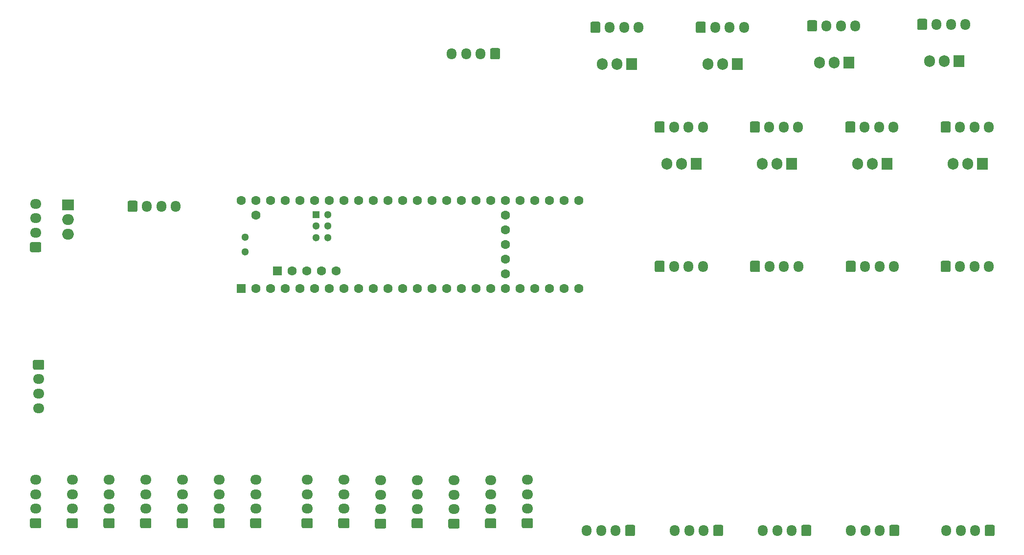
<source format=gbr>
%TF.GenerationSoftware,KiCad,Pcbnew,5.1.10*%
%TF.CreationDate,2021-07-06T21:53:34-04:00*%
%TF.ProjectId,mote pcb,6d6f7465-2070-4636-922e-6b696361645f,rev?*%
%TF.SameCoordinates,Original*%
%TF.FileFunction,Soldermask,Bot*%
%TF.FilePolarity,Negative*%
%FSLAX46Y46*%
G04 Gerber Fmt 4.6, Leading zero omitted, Abs format (unit mm)*
G04 Created by KiCad (PCBNEW 5.1.10) date 2021-07-06 21:53:34*
%MOMM*%
%LPD*%
G01*
G04 APERTURE LIST*
%ADD10O,1.700000X1.950000*%
%ADD11O,1.950000X1.700000*%
%ADD12C,1.300000*%
%ADD13C,1.600000*%
%ADD14R,1.300000X1.300000*%
%ADD15R,1.600000X1.600000*%
%ADD16O,1.905000X2.000000*%
%ADD17R,1.905000X2.000000*%
%ADD18O,2.000000X1.905000*%
%ADD19R,2.000000X1.905000*%
G04 APERTURE END LIST*
D10*
%TO.C,J17*%
X141344000Y-65024000D03*
X143844000Y-65024000D03*
X146344000Y-65024000D03*
G36*
G01*
X149694000Y-64299000D02*
X149694000Y-65749000D01*
G75*
G02*
X149444000Y-65999000I-250000J0D01*
G01*
X148244000Y-65999000D01*
G75*
G02*
X147994000Y-65749000I0J250000D01*
G01*
X147994000Y-64299000D01*
G75*
G02*
X148244000Y-64049000I250000J0D01*
G01*
X149444000Y-64049000D01*
G75*
G02*
X149694000Y-64299000I0J-250000D01*
G01*
G37*
%TD*%
%TO.C,J18*%
X93606000Y-91440000D03*
X91106000Y-91440000D03*
X88606000Y-91440000D03*
G36*
G01*
X85256000Y-92165000D02*
X85256000Y-90715000D01*
G75*
G02*
X85506000Y-90465000I250000J0D01*
G01*
X86706000Y-90465000D01*
G75*
G02*
X86956000Y-90715000I0J-250000D01*
G01*
X86956000Y-92165000D01*
G75*
G02*
X86706000Y-92415000I-250000J0D01*
G01*
X85506000Y-92415000D01*
G75*
G02*
X85256000Y-92165000I0J250000D01*
G01*
G37*
%TD*%
D11*
%TO.C,J15*%
X154432000Y-138804000D03*
X154432000Y-141304000D03*
X154432000Y-143804000D03*
G36*
G01*
X155157000Y-147154000D02*
X153707000Y-147154000D01*
G75*
G02*
X153457000Y-146904000I0J250000D01*
G01*
X153457000Y-145704000D01*
G75*
G02*
X153707000Y-145454000I250000J0D01*
G01*
X155157000Y-145454000D01*
G75*
G02*
X155407000Y-145704000I0J-250000D01*
G01*
X155407000Y-146904000D01*
G75*
G02*
X155157000Y-147154000I-250000J0D01*
G01*
G37*
%TD*%
D12*
%TO.C,U1*%
X105632000Y-96774000D03*
X105632000Y-99314000D03*
D13*
X150622000Y-92964000D03*
X150622000Y-95504000D03*
X150622000Y-98044000D03*
X150622000Y-100584000D03*
X150622000Y-103124000D03*
D12*
X117872000Y-96862400D03*
X119872000Y-96862400D03*
X119872000Y-94862400D03*
X117872000Y-94862400D03*
X119872000Y-92862400D03*
D14*
X117872000Y-92862400D03*
D13*
X145542000Y-105664000D03*
X148082000Y-105664000D03*
X150622000Y-105664000D03*
X153162000Y-105664000D03*
X143002000Y-105664000D03*
X140462000Y-105664000D03*
X137922000Y-105664000D03*
X155702000Y-105664000D03*
X158242000Y-105664000D03*
X160782000Y-105664000D03*
X163322000Y-105664000D03*
X163322000Y-90424000D03*
X160782000Y-90424000D03*
X158242000Y-90424000D03*
X155702000Y-90424000D03*
X153162000Y-90424000D03*
X150622000Y-90424000D03*
X148082000Y-90424000D03*
X145542000Y-90424000D03*
X143002000Y-90424000D03*
X140462000Y-90424000D03*
X135382000Y-105664000D03*
X132842000Y-105664000D03*
X130302000Y-105664000D03*
X127762000Y-105664000D03*
X125222000Y-105664000D03*
X122682000Y-105664000D03*
X120142000Y-105664000D03*
X117602000Y-105664000D03*
X115062000Y-105664000D03*
X112522000Y-105664000D03*
X109982000Y-105664000D03*
X107442000Y-105664000D03*
D15*
X104902000Y-105664000D03*
D13*
X137922000Y-90424000D03*
X135382000Y-90424000D03*
X132842000Y-90424000D03*
X130302000Y-90424000D03*
X127762000Y-90424000D03*
X125222000Y-90424000D03*
X122682000Y-90424000D03*
X120142000Y-90424000D03*
X117602000Y-90424000D03*
X115062000Y-90424000D03*
X112522000Y-90424000D03*
X109982000Y-90424000D03*
X107442000Y-90424000D03*
X104902000Y-90424000D03*
D15*
X111201200Y-102613200D03*
D13*
X113741200Y-102613200D03*
X116281200Y-102613200D03*
X118821200Y-102613200D03*
X121361200Y-102613200D03*
X107442000Y-92964000D03*
%TD*%
D16*
%TO.C,Q16*%
X178562000Y-84074000D03*
X181102000Y-84074000D03*
D17*
X183642000Y-84074000D03*
%TD*%
D16*
%TO.C,Q15*%
X167386000Y-66802000D03*
X169926000Y-66802000D03*
D17*
X172466000Y-66802000D03*
%TD*%
D16*
%TO.C,Q14*%
X204978000Y-66548000D03*
X207518000Y-66548000D03*
D17*
X210058000Y-66548000D03*
%TD*%
D16*
%TO.C,Q13*%
X195072000Y-84074000D03*
X197612000Y-84074000D03*
D17*
X200152000Y-84074000D03*
%TD*%
D16*
%TO.C,Q12*%
X185674000Y-66802000D03*
X188214000Y-66802000D03*
D17*
X190754000Y-66802000D03*
%TD*%
D16*
%TO.C,Q11*%
X224028000Y-66294000D03*
X226568000Y-66294000D03*
D17*
X229108000Y-66294000D03*
%TD*%
D16*
%TO.C,Q8*%
X211582000Y-84074000D03*
X214122000Y-84074000D03*
D17*
X216662000Y-84074000D03*
%TD*%
D16*
%TO.C,Q6*%
X228092000Y-84074000D03*
X230632000Y-84074000D03*
D17*
X233172000Y-84074000D03*
%TD*%
D18*
%TO.C,Q3*%
X74930000Y-96266000D03*
X74930000Y-93726000D03*
D19*
X74930000Y-91186000D03*
%TD*%
D10*
%TO.C,J35*%
X184832000Y-77724000D03*
X182332000Y-77724000D03*
X179832000Y-77724000D03*
G36*
G01*
X176482000Y-78449000D02*
X176482000Y-76999000D01*
G75*
G02*
X176732000Y-76749000I250000J0D01*
G01*
X177932000Y-76749000D01*
G75*
G02*
X178182000Y-76999000I0J-250000D01*
G01*
X178182000Y-78449000D01*
G75*
G02*
X177932000Y-78699000I-250000J0D01*
G01*
X176732000Y-78699000D01*
G75*
G02*
X176482000Y-78449000I0J250000D01*
G01*
G37*
%TD*%
%TO.C,J34*%
X173696000Y-60452000D03*
X171196000Y-60452000D03*
X168696000Y-60452000D03*
G36*
G01*
X165346000Y-61177000D02*
X165346000Y-59727000D01*
G75*
G02*
X165596000Y-59477000I250000J0D01*
G01*
X166796000Y-59477000D01*
G75*
G02*
X167046000Y-59727000I0J-250000D01*
G01*
X167046000Y-61177000D01*
G75*
G02*
X166796000Y-61427000I-250000J0D01*
G01*
X165596000Y-61427000D01*
G75*
G02*
X165346000Y-61177000I0J250000D01*
G01*
G37*
%TD*%
%TO.C,J33*%
X211208000Y-60198000D03*
X208708000Y-60198000D03*
X206208000Y-60198000D03*
G36*
G01*
X202858000Y-60923000D02*
X202858000Y-59473000D01*
G75*
G02*
X203108000Y-59223000I250000J0D01*
G01*
X204308000Y-59223000D01*
G75*
G02*
X204558000Y-59473000I0J-250000D01*
G01*
X204558000Y-60923000D01*
G75*
G02*
X204308000Y-61173000I-250000J0D01*
G01*
X203108000Y-61173000D01*
G75*
G02*
X202858000Y-60923000I0J250000D01*
G01*
G37*
%TD*%
%TO.C,J32*%
X201302000Y-77724000D03*
X198802000Y-77724000D03*
X196302000Y-77724000D03*
G36*
G01*
X192952000Y-78449000D02*
X192952000Y-76999000D01*
G75*
G02*
X193202000Y-76749000I250000J0D01*
G01*
X194402000Y-76749000D01*
G75*
G02*
X194652000Y-76999000I0J-250000D01*
G01*
X194652000Y-78449000D01*
G75*
G02*
X194402000Y-78699000I-250000J0D01*
G01*
X193202000Y-78699000D01*
G75*
G02*
X192952000Y-78449000I0J250000D01*
G01*
G37*
%TD*%
%TO.C,J31*%
X191944000Y-60452000D03*
X189444000Y-60452000D03*
X186944000Y-60452000D03*
G36*
G01*
X183594000Y-61177000D02*
X183594000Y-59727000D01*
G75*
G02*
X183844000Y-59477000I250000J0D01*
G01*
X185044000Y-59477000D01*
G75*
G02*
X185294000Y-59727000I0J-250000D01*
G01*
X185294000Y-61177000D01*
G75*
G02*
X185044000Y-61427000I-250000J0D01*
G01*
X183844000Y-61427000D01*
G75*
G02*
X183594000Y-61177000I0J250000D01*
G01*
G37*
%TD*%
%TO.C,J30*%
X230258000Y-59944000D03*
X227758000Y-59944000D03*
X225258000Y-59944000D03*
G36*
G01*
X221908000Y-60669000D02*
X221908000Y-59219000D01*
G75*
G02*
X222158000Y-58969000I250000J0D01*
G01*
X223358000Y-58969000D01*
G75*
G02*
X223608000Y-59219000I0J-250000D01*
G01*
X223608000Y-60669000D01*
G75*
G02*
X223358000Y-60919000I-250000J0D01*
G01*
X222158000Y-60919000D01*
G75*
G02*
X221908000Y-60669000I0J250000D01*
G01*
G37*
%TD*%
D11*
%TO.C,J29*%
X116332000Y-138804000D03*
X116332000Y-141304000D03*
X116332000Y-143804000D03*
G36*
G01*
X117057000Y-147154000D02*
X115607000Y-147154000D01*
G75*
G02*
X115357000Y-146904000I0J250000D01*
G01*
X115357000Y-145704000D01*
G75*
G02*
X115607000Y-145454000I250000J0D01*
G01*
X117057000Y-145454000D01*
G75*
G02*
X117307000Y-145704000I0J-250000D01*
G01*
X117307000Y-146904000D01*
G75*
G02*
X117057000Y-147154000I-250000J0D01*
G01*
G37*
%TD*%
%TO.C,J28*%
X122682000Y-138804000D03*
X122682000Y-141304000D03*
X122682000Y-143804000D03*
G36*
G01*
X123407000Y-147154000D02*
X121957000Y-147154000D01*
G75*
G02*
X121707000Y-146904000I0J250000D01*
G01*
X121707000Y-145704000D01*
G75*
G02*
X121957000Y-145454000I250000J0D01*
G01*
X123407000Y-145454000D01*
G75*
G02*
X123657000Y-145704000I0J-250000D01*
G01*
X123657000Y-146904000D01*
G75*
G02*
X123407000Y-147154000I-250000J0D01*
G01*
G37*
%TD*%
%TO.C,J27*%
X129032000Y-138884000D03*
X129032000Y-141384000D03*
X129032000Y-143884000D03*
G36*
G01*
X129757000Y-147234000D02*
X128307000Y-147234000D01*
G75*
G02*
X128057000Y-146984000I0J250000D01*
G01*
X128057000Y-145784000D01*
G75*
G02*
X128307000Y-145534000I250000J0D01*
G01*
X129757000Y-145534000D01*
G75*
G02*
X130007000Y-145784000I0J-250000D01*
G01*
X130007000Y-146984000D01*
G75*
G02*
X129757000Y-147234000I-250000J0D01*
G01*
G37*
%TD*%
%TO.C,J26*%
X135382000Y-138844000D03*
X135382000Y-141344000D03*
X135382000Y-143844000D03*
G36*
G01*
X136107000Y-147194000D02*
X134657000Y-147194000D01*
G75*
G02*
X134407000Y-146944000I0J250000D01*
G01*
X134407000Y-145744000D01*
G75*
G02*
X134657000Y-145494000I250000J0D01*
G01*
X136107000Y-145494000D01*
G75*
G02*
X136357000Y-145744000I0J-250000D01*
G01*
X136357000Y-146944000D01*
G75*
G02*
X136107000Y-147194000I-250000J0D01*
G01*
G37*
%TD*%
%TO.C,J25*%
X141732000Y-138884000D03*
X141732000Y-141384000D03*
X141732000Y-143884000D03*
G36*
G01*
X142457000Y-147234000D02*
X141007000Y-147234000D01*
G75*
G02*
X140757000Y-146984000I0J250000D01*
G01*
X140757000Y-145784000D01*
G75*
G02*
X141007000Y-145534000I250000J0D01*
G01*
X142457000Y-145534000D01*
G75*
G02*
X142707000Y-145784000I0J-250000D01*
G01*
X142707000Y-146984000D01*
G75*
G02*
X142457000Y-147234000I-250000J0D01*
G01*
G37*
%TD*%
%TO.C,J24*%
X148082000Y-138844000D03*
X148082000Y-141344000D03*
X148082000Y-143844000D03*
G36*
G01*
X148807000Y-147194000D02*
X147357000Y-147194000D01*
G75*
G02*
X147107000Y-146944000I0J250000D01*
G01*
X147107000Y-145744000D01*
G75*
G02*
X147357000Y-145494000I250000J0D01*
G01*
X148807000Y-145494000D01*
G75*
G02*
X149057000Y-145744000I0J-250000D01*
G01*
X149057000Y-146944000D01*
G75*
G02*
X148807000Y-147194000I-250000J0D01*
G01*
G37*
%TD*%
D10*
%TO.C,J23*%
X226942000Y-147574000D03*
X229442000Y-147574000D03*
X231942000Y-147574000D03*
G36*
G01*
X235292000Y-146849000D02*
X235292000Y-148299000D01*
G75*
G02*
X235042000Y-148549000I-250000J0D01*
G01*
X233842000Y-148549000D01*
G75*
G02*
X233592000Y-148299000I0J250000D01*
G01*
X233592000Y-146849000D01*
G75*
G02*
X233842000Y-146599000I250000J0D01*
G01*
X235042000Y-146599000D01*
G75*
G02*
X235292000Y-146849000I0J-250000D01*
G01*
G37*
%TD*%
%TO.C,J22*%
X210432000Y-147574000D03*
X212932000Y-147574000D03*
X215432000Y-147574000D03*
G36*
G01*
X218782000Y-146849000D02*
X218782000Y-148299000D01*
G75*
G02*
X218532000Y-148549000I-250000J0D01*
G01*
X217332000Y-148549000D01*
G75*
G02*
X217082000Y-148299000I0J250000D01*
G01*
X217082000Y-146849000D01*
G75*
G02*
X217332000Y-146599000I250000J0D01*
G01*
X218532000Y-146599000D01*
G75*
G02*
X218782000Y-146849000I0J-250000D01*
G01*
G37*
%TD*%
%TO.C,J21*%
X195192000Y-147574000D03*
X197692000Y-147574000D03*
X200192000Y-147574000D03*
G36*
G01*
X203542000Y-146849000D02*
X203542000Y-148299000D01*
G75*
G02*
X203292000Y-148549000I-250000J0D01*
G01*
X202092000Y-148549000D01*
G75*
G02*
X201842000Y-148299000I0J250000D01*
G01*
X201842000Y-146849000D01*
G75*
G02*
X202092000Y-146599000I250000J0D01*
G01*
X203292000Y-146599000D01*
G75*
G02*
X203542000Y-146849000I0J-250000D01*
G01*
G37*
%TD*%
%TO.C,J20*%
X179952000Y-147574000D03*
X182452000Y-147574000D03*
X184952000Y-147574000D03*
G36*
G01*
X188302000Y-146849000D02*
X188302000Y-148299000D01*
G75*
G02*
X188052000Y-148549000I-250000J0D01*
G01*
X186852000Y-148549000D01*
G75*
G02*
X186602000Y-148299000I0J250000D01*
G01*
X186602000Y-146849000D01*
G75*
G02*
X186852000Y-146599000I250000J0D01*
G01*
X188052000Y-146599000D01*
G75*
G02*
X188302000Y-146849000I0J-250000D01*
G01*
G37*
%TD*%
%TO.C,J19*%
X164712000Y-147574000D03*
X167212000Y-147574000D03*
X169712000Y-147574000D03*
G36*
G01*
X173062000Y-146849000D02*
X173062000Y-148299000D01*
G75*
G02*
X172812000Y-148549000I-250000J0D01*
G01*
X171612000Y-148549000D01*
G75*
G02*
X171362000Y-148299000I0J250000D01*
G01*
X171362000Y-146849000D01*
G75*
G02*
X171612000Y-146599000I250000J0D01*
G01*
X172812000Y-146599000D01*
G75*
G02*
X173062000Y-146849000I0J-250000D01*
G01*
G37*
%TD*%
D11*
%TO.C,J16*%
X69342000Y-138804000D03*
X69342000Y-141304000D03*
X69342000Y-143804000D03*
G36*
G01*
X70067000Y-147154000D02*
X68617000Y-147154000D01*
G75*
G02*
X68367000Y-146904000I0J250000D01*
G01*
X68367000Y-145704000D01*
G75*
G02*
X68617000Y-145454000I250000J0D01*
G01*
X70067000Y-145454000D01*
G75*
G02*
X70317000Y-145704000I0J-250000D01*
G01*
X70317000Y-146904000D01*
G75*
G02*
X70067000Y-147154000I-250000J0D01*
G01*
G37*
%TD*%
%TO.C,J14*%
X75692000Y-138804000D03*
X75692000Y-141304000D03*
X75692000Y-143804000D03*
G36*
G01*
X76417000Y-147154000D02*
X74967000Y-147154000D01*
G75*
G02*
X74717000Y-146904000I0J250000D01*
G01*
X74717000Y-145704000D01*
G75*
G02*
X74967000Y-145454000I250000J0D01*
G01*
X76417000Y-145454000D01*
G75*
G02*
X76667000Y-145704000I0J-250000D01*
G01*
X76667000Y-146904000D01*
G75*
G02*
X76417000Y-147154000I-250000J0D01*
G01*
G37*
%TD*%
%TO.C,J13*%
X82042000Y-138804000D03*
X82042000Y-141304000D03*
X82042000Y-143804000D03*
G36*
G01*
X82767000Y-147154000D02*
X81317000Y-147154000D01*
G75*
G02*
X81067000Y-146904000I0J250000D01*
G01*
X81067000Y-145704000D01*
G75*
G02*
X81317000Y-145454000I250000J0D01*
G01*
X82767000Y-145454000D01*
G75*
G02*
X83017000Y-145704000I0J-250000D01*
G01*
X83017000Y-146904000D01*
G75*
G02*
X82767000Y-147154000I-250000J0D01*
G01*
G37*
%TD*%
%TO.C,J12*%
X88392000Y-138804000D03*
X88392000Y-141304000D03*
X88392000Y-143804000D03*
G36*
G01*
X89117000Y-147154000D02*
X87667000Y-147154000D01*
G75*
G02*
X87417000Y-146904000I0J250000D01*
G01*
X87417000Y-145704000D01*
G75*
G02*
X87667000Y-145454000I250000J0D01*
G01*
X89117000Y-145454000D01*
G75*
G02*
X89367000Y-145704000I0J-250000D01*
G01*
X89367000Y-146904000D01*
G75*
G02*
X89117000Y-147154000I-250000J0D01*
G01*
G37*
%TD*%
D10*
%TO.C,J11*%
X184832000Y-101854000D03*
X182332000Y-101854000D03*
X179832000Y-101854000D03*
G36*
G01*
X176482000Y-102579000D02*
X176482000Y-101129000D01*
G75*
G02*
X176732000Y-100879000I250000J0D01*
G01*
X177932000Y-100879000D01*
G75*
G02*
X178182000Y-101129000I0J-250000D01*
G01*
X178182000Y-102579000D01*
G75*
G02*
X177932000Y-102829000I-250000J0D01*
G01*
X176732000Y-102829000D01*
G75*
G02*
X176482000Y-102579000I0J250000D01*
G01*
G37*
%TD*%
%TO.C,J10*%
X217892000Y-101854000D03*
X215392000Y-101854000D03*
X212892000Y-101854000D03*
G36*
G01*
X209542000Y-102579000D02*
X209542000Y-101129000D01*
G75*
G02*
X209792000Y-100879000I250000J0D01*
G01*
X210992000Y-100879000D01*
G75*
G02*
X211242000Y-101129000I0J-250000D01*
G01*
X211242000Y-102579000D01*
G75*
G02*
X210992000Y-102829000I-250000J0D01*
G01*
X209792000Y-102829000D01*
G75*
G02*
X209542000Y-102579000I0J250000D01*
G01*
G37*
%TD*%
D11*
%TO.C,J9*%
X94742000Y-138804000D03*
X94742000Y-141304000D03*
X94742000Y-143804000D03*
G36*
G01*
X95467000Y-147154000D02*
X94017000Y-147154000D01*
G75*
G02*
X93767000Y-146904000I0J250000D01*
G01*
X93767000Y-145704000D01*
G75*
G02*
X94017000Y-145454000I250000J0D01*
G01*
X95467000Y-145454000D01*
G75*
G02*
X95717000Y-145704000I0J-250000D01*
G01*
X95717000Y-146904000D01*
G75*
G02*
X95467000Y-147154000I-250000J0D01*
G01*
G37*
%TD*%
%TO.C,J8*%
X101092000Y-138804000D03*
X101092000Y-141304000D03*
X101092000Y-143804000D03*
G36*
G01*
X101817000Y-147154000D02*
X100367000Y-147154000D01*
G75*
G02*
X100117000Y-146904000I0J250000D01*
G01*
X100117000Y-145704000D01*
G75*
G02*
X100367000Y-145454000I250000J0D01*
G01*
X101817000Y-145454000D01*
G75*
G02*
X102067000Y-145704000I0J-250000D01*
G01*
X102067000Y-146904000D01*
G75*
G02*
X101817000Y-147154000I-250000J0D01*
G01*
G37*
%TD*%
D10*
%TO.C,J7*%
X217812000Y-77724000D03*
X215312000Y-77724000D03*
X212812000Y-77724000D03*
G36*
G01*
X209462000Y-78449000D02*
X209462000Y-76999000D01*
G75*
G02*
X209712000Y-76749000I250000J0D01*
G01*
X210912000Y-76749000D01*
G75*
G02*
X211162000Y-76999000I0J-250000D01*
G01*
X211162000Y-78449000D01*
G75*
G02*
X210912000Y-78699000I-250000J0D01*
G01*
X209712000Y-78699000D01*
G75*
G02*
X209462000Y-78449000I0J250000D01*
G01*
G37*
%TD*%
%TO.C,J6*%
X234322000Y-101854000D03*
X231822000Y-101854000D03*
X229322000Y-101854000D03*
G36*
G01*
X225972000Y-102579000D02*
X225972000Y-101129000D01*
G75*
G02*
X226222000Y-100879000I250000J0D01*
G01*
X227422000Y-100879000D01*
G75*
G02*
X227672000Y-101129000I0J-250000D01*
G01*
X227672000Y-102579000D01*
G75*
G02*
X227422000Y-102829000I-250000J0D01*
G01*
X226222000Y-102829000D01*
G75*
G02*
X225972000Y-102579000I0J250000D01*
G01*
G37*
%TD*%
%TO.C,J5*%
X234322000Y-77724000D03*
X231822000Y-77724000D03*
X229322000Y-77724000D03*
G36*
G01*
X225972000Y-78449000D02*
X225972000Y-76999000D01*
G75*
G02*
X226222000Y-76749000I250000J0D01*
G01*
X227422000Y-76749000D01*
G75*
G02*
X227672000Y-76999000I0J-250000D01*
G01*
X227672000Y-78449000D01*
G75*
G02*
X227422000Y-78699000I-250000J0D01*
G01*
X226222000Y-78699000D01*
G75*
G02*
X225972000Y-78449000I0J250000D01*
G01*
G37*
%TD*%
%TO.C,J4*%
X201342000Y-101854000D03*
X198842000Y-101854000D03*
X196342000Y-101854000D03*
G36*
G01*
X192992000Y-102579000D02*
X192992000Y-101129000D01*
G75*
G02*
X193242000Y-100879000I250000J0D01*
G01*
X194442000Y-100879000D01*
G75*
G02*
X194692000Y-101129000I0J-250000D01*
G01*
X194692000Y-102579000D01*
G75*
G02*
X194442000Y-102829000I-250000J0D01*
G01*
X193242000Y-102829000D01*
G75*
G02*
X192992000Y-102579000I0J250000D01*
G01*
G37*
%TD*%
D11*
%TO.C,J3*%
X107442000Y-138804000D03*
X107442000Y-141304000D03*
X107442000Y-143804000D03*
G36*
G01*
X108167000Y-147154000D02*
X106717000Y-147154000D01*
G75*
G02*
X106467000Y-146904000I0J250000D01*
G01*
X106467000Y-145704000D01*
G75*
G02*
X106717000Y-145454000I250000J0D01*
G01*
X108167000Y-145454000D01*
G75*
G02*
X108417000Y-145704000I0J-250000D01*
G01*
X108417000Y-146904000D01*
G75*
G02*
X108167000Y-147154000I-250000J0D01*
G01*
G37*
%TD*%
%TO.C,J2*%
X69342000Y-91012000D03*
X69342000Y-93512000D03*
X69342000Y-96012000D03*
G36*
G01*
X70067000Y-99362000D02*
X68617000Y-99362000D01*
G75*
G02*
X68367000Y-99112000I0J250000D01*
G01*
X68367000Y-97912000D01*
G75*
G02*
X68617000Y-97662000I250000J0D01*
G01*
X70067000Y-97662000D01*
G75*
G02*
X70317000Y-97912000I0J-250000D01*
G01*
X70317000Y-99112000D01*
G75*
G02*
X70067000Y-99362000I-250000J0D01*
G01*
G37*
%TD*%
%TO.C,J1*%
X69850000Y-126372000D03*
X69850000Y-123872000D03*
X69850000Y-121372000D03*
G36*
G01*
X69125000Y-118022000D02*
X70575000Y-118022000D01*
G75*
G02*
X70825000Y-118272000I0J-250000D01*
G01*
X70825000Y-119472000D01*
G75*
G02*
X70575000Y-119722000I-250000J0D01*
G01*
X69125000Y-119722000D01*
G75*
G02*
X68875000Y-119472000I0J250000D01*
G01*
X68875000Y-118272000D01*
G75*
G02*
X69125000Y-118022000I250000J0D01*
G01*
G37*
%TD*%
M02*

</source>
